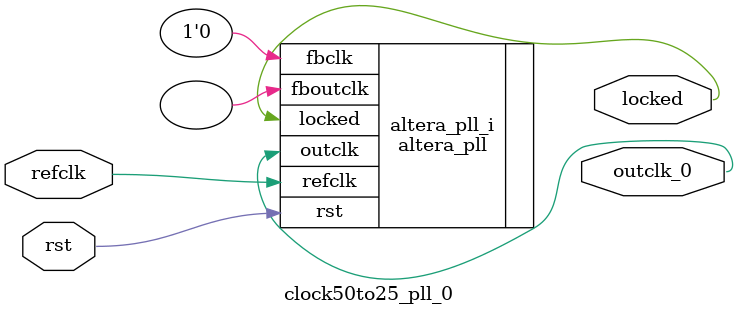
<source format=v>
`timescale 1ns/10ps
module  clock50to25_pll_0(

	// interface 'refclk'
	input wire refclk,

	// interface 'reset'
	input wire rst,

	// interface 'outclk0'
	output wire outclk_0,

	// interface 'locked'
	output wire locked
);

	altera_pll #(
		.fractional_vco_multiplier("false"),
		.reference_clock_frequency("50.0 MHz"),
		.operation_mode("direct"),
		.number_of_clocks(1),
		.output_clock_frequency0("25.175644 MHz"),
		.phase_shift0("0 ps"),
		.duty_cycle0(50),
		.output_clock_frequency1("0 MHz"),
		.phase_shift1("0 ps"),
		.duty_cycle1(50),
		.output_clock_frequency2("0 MHz"),
		.phase_shift2("0 ps"),
		.duty_cycle2(50),
		.output_clock_frequency3("0 MHz"),
		.phase_shift3("0 ps"),
		.duty_cycle3(50),
		.output_clock_frequency4("0 MHz"),
		.phase_shift4("0 ps"),
		.duty_cycle4(50),
		.output_clock_frequency5("0 MHz"),
		.phase_shift5("0 ps"),
		.duty_cycle5(50),
		.output_clock_frequency6("0 MHz"),
		.phase_shift6("0 ps"),
		.duty_cycle6(50),
		.output_clock_frequency7("0 MHz"),
		.phase_shift7("0 ps"),
		.duty_cycle7(50),
		.output_clock_frequency8("0 MHz"),
		.phase_shift8("0 ps"),
		.duty_cycle8(50),
		.output_clock_frequency9("0 MHz"),
		.phase_shift9("0 ps"),
		.duty_cycle9(50),
		.output_clock_frequency10("0 MHz"),
		.phase_shift10("0 ps"),
		.duty_cycle10(50),
		.output_clock_frequency11("0 MHz"),
		.phase_shift11("0 ps"),
		.duty_cycle11(50),
		.output_clock_frequency12("0 MHz"),
		.phase_shift12("0 ps"),
		.duty_cycle12(50),
		.output_clock_frequency13("0 MHz"),
		.phase_shift13("0 ps"),
		.duty_cycle13(50),
		.output_clock_frequency14("0 MHz"),
		.phase_shift14("0 ps"),
		.duty_cycle14(50),
		.output_clock_frequency15("0 MHz"),
		.phase_shift15("0 ps"),
		.duty_cycle15(50),
		.output_clock_frequency16("0 MHz"),
		.phase_shift16("0 ps"),
		.duty_cycle16(50),
		.output_clock_frequency17("0 MHz"),
		.phase_shift17("0 ps"),
		.duty_cycle17(50),
		.pll_type("General"),
		.pll_subtype("General")
	) altera_pll_i (
		.rst	(rst),
		.outclk	({outclk_0}),
		.locked	(locked),
		.fboutclk	( ),
		.fbclk	(1'b0),
		.refclk	(refclk)
	);
endmodule


</source>
